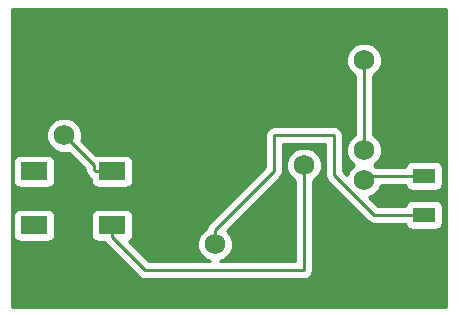
<source format=gbr>
G04 #@! TF.GenerationSoftware,KiCad,Pcbnew,(5.0.0-3-g5ebb6b6)*
G04 #@! TF.CreationDate,2018-10-08T15:19:25-04:00*
G04 #@! TF.ProjectId,TrialBoard1,547269616C426F617264312E6B696361,rev?*
G04 #@! TF.SameCoordinates,Original*
G04 #@! TF.FileFunction,Copper,L2,Bot,Signal*
G04 #@! TF.FilePolarity,Positive*
%FSLAX46Y46*%
G04 Gerber Fmt 4.6, Leading zero omitted, Abs format (unit mm)*
G04 Created by KiCad (PCBNEW (5.0.0-3-g5ebb6b6)) date Monday, October 08, 2018 at 03:19:25 PM*
%MOMM*%
%LPD*%
G01*
G04 APERTURE LIST*
G04 #@! TA.AperFunction,SMDPad,CuDef*
%ADD10R,1.905000X1.270000*%
G04 #@! TD*
G04 #@! TA.AperFunction,SMDPad,CuDef*
%ADD11R,2.286000X1.524000*%
G04 #@! TD*
G04 #@! TA.AperFunction,ViaPad*
%ADD12C,1.750000*%
G04 #@! TD*
G04 #@! TA.AperFunction,Conductor*
%ADD13C,0.250000*%
G04 #@! TD*
G04 #@! TA.AperFunction,NonConductor*
%ADD14C,0.254000*%
G04 #@! TD*
G04 APERTURE END LIST*
D10*
G04 #@! TO.P,M3,1*
G04 #@! TO.N,Net-(IC1-Pad5)*
X148590000Y-103759000D03*
G04 #@! TO.P,M3,2*
G04 #@! TO.N,Net-(M3-Pad2)*
X148590000Y-107061000D03*
G04 #@! TD*
D11*
G04 #@! TO.P,S1,1*
G04 #@! TO.N,GNDREF*
X122174000Y-103378000D03*
G04 #@! TO.P,S1,2*
G04 #@! TO.N,Net-(S1-Pad2)*
X115570000Y-103378000D03*
G04 #@! TO.P,S1,3*
G04 #@! TO.N,Net-(IC1-Pad6)*
X122174000Y-107950000D03*
G04 #@! TO.P,S1,4*
G04 #@! TO.N,Net-(S1-Pad4)*
X115570000Y-107950000D03*
G04 #@! TD*
D12*
G04 #@! TO.N,GNDREF*
X118110000Y-100330000D03*
X143510000Y-101600000D03*
X143510000Y-93980000D03*
G04 #@! TO.N,Net-(IC1-Pad5)*
X143510000Y-104140000D03*
G04 #@! TO.N,Net-(IC1-Pad6)*
X138430000Y-102870000D03*
G04 #@! TO.N,Net-(M3-Pad2)*
X130895092Y-109553787D03*
G04 #@! TD*
D13*
G04 #@! TO.N,GNDREF*
X118110000Y-100330000D02*
X120650000Y-102870000D01*
X120781000Y-103378000D02*
X122174000Y-103378000D01*
X120650000Y-103247000D02*
X120781000Y-103378000D01*
X120650000Y-102870000D02*
X120650000Y-103247000D01*
X143510000Y-101600000D02*
X143510000Y-93980000D01*
G04 #@! TO.N,Net-(IC1-Pad5)*
X143891000Y-103759000D02*
X143510000Y-104140000D01*
X148590000Y-103759000D02*
X143891000Y-103759000D01*
G04 #@! TO.N,Net-(IC1-Pad6)*
X122174000Y-108962000D02*
X124972000Y-111760000D01*
X122174000Y-107950000D02*
X122174000Y-108962000D01*
X124972000Y-111760000D02*
X138430000Y-111760000D01*
X138430000Y-111760000D02*
X138430000Y-102870000D01*
G04 #@! TO.N,Net-(M3-Pad2)*
X130895092Y-108316351D02*
X135890000Y-103321443D01*
X130895092Y-109553787D02*
X130895092Y-108316351D01*
X135890000Y-103321443D02*
X135890000Y-100330000D01*
X135890000Y-100330000D02*
X140970000Y-100330000D01*
X144358998Y-107061000D02*
X147387500Y-107061000D01*
X147387500Y-107061000D02*
X148590000Y-107061000D01*
X140970000Y-103672002D02*
X144358998Y-107061000D01*
X140970000Y-100330000D02*
X140970000Y-103672002D01*
G04 #@! TD*
D14*
G36*
X150420001Y-114860000D02*
X113740000Y-114860000D01*
X113740000Y-107188000D01*
X113779560Y-107188000D01*
X113779560Y-108712000D01*
X113828843Y-108959765D01*
X113969191Y-109169809D01*
X114179235Y-109310157D01*
X114427000Y-109359440D01*
X116713000Y-109359440D01*
X116960765Y-109310157D01*
X117170809Y-109169809D01*
X117311157Y-108959765D01*
X117360440Y-108712000D01*
X117360440Y-107188000D01*
X120383560Y-107188000D01*
X120383560Y-108712000D01*
X120432843Y-108959765D01*
X120573191Y-109169809D01*
X120783235Y-109310157D01*
X121031000Y-109359440D01*
X121525518Y-109359440D01*
X121626072Y-109509929D01*
X121689528Y-109552329D01*
X124381671Y-112244473D01*
X124424071Y-112307929D01*
X124675463Y-112475904D01*
X124897148Y-112520000D01*
X124897152Y-112520000D01*
X124972000Y-112534888D01*
X125046848Y-112520000D01*
X138355148Y-112520000D01*
X138430000Y-112534889D01*
X138504852Y-112520000D01*
X138726537Y-112475904D01*
X138977929Y-112307929D01*
X139145904Y-112056537D01*
X139204889Y-111760000D01*
X139190000Y-111685148D01*
X139190000Y-104189610D01*
X139285346Y-104150116D01*
X139710116Y-103725346D01*
X139940000Y-103170358D01*
X139940000Y-102569642D01*
X139710116Y-102014654D01*
X139285346Y-101589884D01*
X138730358Y-101360000D01*
X138129642Y-101360000D01*
X137574654Y-101589884D01*
X137149884Y-102014654D01*
X136920000Y-102569642D01*
X136920000Y-103170358D01*
X137149884Y-103725346D01*
X137574654Y-104150116D01*
X137670001Y-104189610D01*
X137670000Y-111000000D01*
X131349445Y-111000000D01*
X131750438Y-110833903D01*
X132175208Y-110409133D01*
X132405092Y-109854145D01*
X132405092Y-109253429D01*
X132175208Y-108698441D01*
X131881506Y-108404739D01*
X136374473Y-103911772D01*
X136437929Y-103869372D01*
X136605904Y-103617980D01*
X136650000Y-103396295D01*
X136650000Y-103396291D01*
X136664888Y-103321443D01*
X136650000Y-103246595D01*
X136650000Y-101090000D01*
X140210000Y-101090000D01*
X140210001Y-103597150D01*
X140195112Y-103672002D01*
X140254097Y-103968539D01*
X140368664Y-104140000D01*
X140422072Y-104219931D01*
X140485528Y-104262331D01*
X143768669Y-107545473D01*
X143811069Y-107608929D01*
X144062461Y-107776904D01*
X144284146Y-107821000D01*
X144284151Y-107821000D01*
X144358998Y-107835888D01*
X144433845Y-107821000D01*
X147014924Y-107821000D01*
X147039343Y-107943765D01*
X147179691Y-108153809D01*
X147389735Y-108294157D01*
X147637500Y-108343440D01*
X149542500Y-108343440D01*
X149790265Y-108294157D01*
X150000309Y-108153809D01*
X150140657Y-107943765D01*
X150189940Y-107696000D01*
X150189940Y-106426000D01*
X150140657Y-106178235D01*
X150000309Y-105968191D01*
X149790265Y-105827843D01*
X149542500Y-105778560D01*
X147637500Y-105778560D01*
X147389735Y-105827843D01*
X147179691Y-105968191D01*
X147039343Y-106178235D01*
X147014924Y-106301000D01*
X144673800Y-106301000D01*
X143960577Y-105587777D01*
X144365346Y-105420116D01*
X144790116Y-104995346D01*
X144987425Y-104519000D01*
X147014924Y-104519000D01*
X147039343Y-104641765D01*
X147179691Y-104851809D01*
X147389735Y-104992157D01*
X147637500Y-105041440D01*
X149542500Y-105041440D01*
X149790265Y-104992157D01*
X150000309Y-104851809D01*
X150140657Y-104641765D01*
X150189940Y-104394000D01*
X150189940Y-103124000D01*
X150140657Y-102876235D01*
X150000309Y-102666191D01*
X149790265Y-102525843D01*
X149542500Y-102476560D01*
X147637500Y-102476560D01*
X147389735Y-102525843D01*
X147179691Y-102666191D01*
X147039343Y-102876235D01*
X147014924Y-102999000D01*
X144504462Y-102999000D01*
X144375462Y-102870000D01*
X144790116Y-102455346D01*
X145020000Y-101900358D01*
X145020000Y-101299642D01*
X144790116Y-100744654D01*
X144365346Y-100319884D01*
X144270000Y-100280390D01*
X144270000Y-95299610D01*
X144365346Y-95260116D01*
X144790116Y-94835346D01*
X145020000Y-94280358D01*
X145020000Y-93679642D01*
X144790116Y-93124654D01*
X144365346Y-92699884D01*
X143810358Y-92470000D01*
X143209642Y-92470000D01*
X142654654Y-92699884D01*
X142229884Y-93124654D01*
X142000000Y-93679642D01*
X142000000Y-94280358D01*
X142229884Y-94835346D01*
X142654654Y-95260116D01*
X142750001Y-95299610D01*
X142750000Y-100280390D01*
X142654654Y-100319884D01*
X142229884Y-100744654D01*
X142000000Y-101299642D01*
X142000000Y-101900358D01*
X142229884Y-102455346D01*
X142644538Y-102870000D01*
X142229884Y-103284654D01*
X142062223Y-103689423D01*
X141730000Y-103357201D01*
X141730000Y-100404852D01*
X141744889Y-100330000D01*
X141685904Y-100033463D01*
X141517929Y-99782071D01*
X141266537Y-99614096D01*
X141044852Y-99570000D01*
X140970000Y-99555111D01*
X140895148Y-99570000D01*
X135964852Y-99570000D01*
X135890000Y-99555111D01*
X135815148Y-99570000D01*
X135593463Y-99614096D01*
X135342071Y-99782071D01*
X135174096Y-100033463D01*
X135115111Y-100330000D01*
X135130001Y-100404857D01*
X135130000Y-103006641D01*
X130410620Y-107726022D01*
X130347164Y-107768422D01*
X130304764Y-107831878D01*
X130304763Y-107831879D01*
X130179189Y-108019814D01*
X130136680Y-108233519D01*
X130039746Y-108273671D01*
X129614976Y-108698441D01*
X129385092Y-109253429D01*
X129385092Y-109854145D01*
X129614976Y-110409133D01*
X130039746Y-110833903D01*
X130440739Y-111000000D01*
X125286802Y-111000000D01*
X123584063Y-109297262D01*
X123774809Y-109169809D01*
X123915157Y-108959765D01*
X123964440Y-108712000D01*
X123964440Y-107188000D01*
X123915157Y-106940235D01*
X123774809Y-106730191D01*
X123564765Y-106589843D01*
X123317000Y-106540560D01*
X121031000Y-106540560D01*
X120783235Y-106589843D01*
X120573191Y-106730191D01*
X120432843Y-106940235D01*
X120383560Y-107188000D01*
X117360440Y-107188000D01*
X117311157Y-106940235D01*
X117170809Y-106730191D01*
X116960765Y-106589843D01*
X116713000Y-106540560D01*
X114427000Y-106540560D01*
X114179235Y-106589843D01*
X113969191Y-106730191D01*
X113828843Y-106940235D01*
X113779560Y-107188000D01*
X113740000Y-107188000D01*
X113740000Y-102616000D01*
X113779560Y-102616000D01*
X113779560Y-104140000D01*
X113828843Y-104387765D01*
X113969191Y-104597809D01*
X114179235Y-104738157D01*
X114427000Y-104787440D01*
X116713000Y-104787440D01*
X116960765Y-104738157D01*
X117170809Y-104597809D01*
X117311157Y-104387765D01*
X117360440Y-104140000D01*
X117360440Y-102616000D01*
X117311157Y-102368235D01*
X117170809Y-102158191D01*
X116960765Y-102017843D01*
X116713000Y-101968560D01*
X114427000Y-101968560D01*
X114179235Y-102017843D01*
X113969191Y-102158191D01*
X113828843Y-102368235D01*
X113779560Y-102616000D01*
X113740000Y-102616000D01*
X113740000Y-100029642D01*
X116600000Y-100029642D01*
X116600000Y-100630358D01*
X116829884Y-101185346D01*
X117254654Y-101610116D01*
X117809642Y-101840000D01*
X118410358Y-101840000D01*
X118505704Y-101800506D01*
X119887901Y-103182704D01*
X119875112Y-103247000D01*
X119890000Y-103321847D01*
X119890000Y-103321852D01*
X119934096Y-103543537D01*
X120102071Y-103794929D01*
X120165530Y-103837331D01*
X120190669Y-103862470D01*
X120233071Y-103925929D01*
X120383560Y-104026483D01*
X120383560Y-104140000D01*
X120432843Y-104387765D01*
X120573191Y-104597809D01*
X120783235Y-104738157D01*
X121031000Y-104787440D01*
X123317000Y-104787440D01*
X123564765Y-104738157D01*
X123774809Y-104597809D01*
X123915157Y-104387765D01*
X123964440Y-104140000D01*
X123964440Y-102616000D01*
X123915157Y-102368235D01*
X123774809Y-102158191D01*
X123564765Y-102017843D01*
X123317000Y-101968560D01*
X121031000Y-101968560D01*
X120857812Y-102003009D01*
X119580506Y-100725704D01*
X119620000Y-100630358D01*
X119620000Y-100029642D01*
X119390116Y-99474654D01*
X118965346Y-99049884D01*
X118410358Y-98820000D01*
X117809642Y-98820000D01*
X117254654Y-99049884D01*
X116829884Y-99474654D01*
X116600000Y-100029642D01*
X113740000Y-100029642D01*
X113740000Y-89610000D01*
X150420000Y-89610000D01*
X150420001Y-114860000D01*
X150420001Y-114860000D01*
G37*
X150420001Y-114860000D02*
X113740000Y-114860000D01*
X113740000Y-107188000D01*
X113779560Y-107188000D01*
X113779560Y-108712000D01*
X113828843Y-108959765D01*
X113969191Y-109169809D01*
X114179235Y-109310157D01*
X114427000Y-109359440D01*
X116713000Y-109359440D01*
X116960765Y-109310157D01*
X117170809Y-109169809D01*
X117311157Y-108959765D01*
X117360440Y-108712000D01*
X117360440Y-107188000D01*
X120383560Y-107188000D01*
X120383560Y-108712000D01*
X120432843Y-108959765D01*
X120573191Y-109169809D01*
X120783235Y-109310157D01*
X121031000Y-109359440D01*
X121525518Y-109359440D01*
X121626072Y-109509929D01*
X121689528Y-109552329D01*
X124381671Y-112244473D01*
X124424071Y-112307929D01*
X124675463Y-112475904D01*
X124897148Y-112520000D01*
X124897152Y-112520000D01*
X124972000Y-112534888D01*
X125046848Y-112520000D01*
X138355148Y-112520000D01*
X138430000Y-112534889D01*
X138504852Y-112520000D01*
X138726537Y-112475904D01*
X138977929Y-112307929D01*
X139145904Y-112056537D01*
X139204889Y-111760000D01*
X139190000Y-111685148D01*
X139190000Y-104189610D01*
X139285346Y-104150116D01*
X139710116Y-103725346D01*
X139940000Y-103170358D01*
X139940000Y-102569642D01*
X139710116Y-102014654D01*
X139285346Y-101589884D01*
X138730358Y-101360000D01*
X138129642Y-101360000D01*
X137574654Y-101589884D01*
X137149884Y-102014654D01*
X136920000Y-102569642D01*
X136920000Y-103170358D01*
X137149884Y-103725346D01*
X137574654Y-104150116D01*
X137670001Y-104189610D01*
X137670000Y-111000000D01*
X131349445Y-111000000D01*
X131750438Y-110833903D01*
X132175208Y-110409133D01*
X132405092Y-109854145D01*
X132405092Y-109253429D01*
X132175208Y-108698441D01*
X131881506Y-108404739D01*
X136374473Y-103911772D01*
X136437929Y-103869372D01*
X136605904Y-103617980D01*
X136650000Y-103396295D01*
X136650000Y-103396291D01*
X136664888Y-103321443D01*
X136650000Y-103246595D01*
X136650000Y-101090000D01*
X140210000Y-101090000D01*
X140210001Y-103597150D01*
X140195112Y-103672002D01*
X140254097Y-103968539D01*
X140368664Y-104140000D01*
X140422072Y-104219931D01*
X140485528Y-104262331D01*
X143768669Y-107545473D01*
X143811069Y-107608929D01*
X144062461Y-107776904D01*
X144284146Y-107821000D01*
X144284151Y-107821000D01*
X144358998Y-107835888D01*
X144433845Y-107821000D01*
X147014924Y-107821000D01*
X147039343Y-107943765D01*
X147179691Y-108153809D01*
X147389735Y-108294157D01*
X147637500Y-108343440D01*
X149542500Y-108343440D01*
X149790265Y-108294157D01*
X150000309Y-108153809D01*
X150140657Y-107943765D01*
X150189940Y-107696000D01*
X150189940Y-106426000D01*
X150140657Y-106178235D01*
X150000309Y-105968191D01*
X149790265Y-105827843D01*
X149542500Y-105778560D01*
X147637500Y-105778560D01*
X147389735Y-105827843D01*
X147179691Y-105968191D01*
X147039343Y-106178235D01*
X147014924Y-106301000D01*
X144673800Y-106301000D01*
X143960577Y-105587777D01*
X144365346Y-105420116D01*
X144790116Y-104995346D01*
X144987425Y-104519000D01*
X147014924Y-104519000D01*
X147039343Y-104641765D01*
X147179691Y-104851809D01*
X147389735Y-104992157D01*
X147637500Y-105041440D01*
X149542500Y-105041440D01*
X149790265Y-104992157D01*
X150000309Y-104851809D01*
X150140657Y-104641765D01*
X150189940Y-104394000D01*
X150189940Y-103124000D01*
X150140657Y-102876235D01*
X150000309Y-102666191D01*
X149790265Y-102525843D01*
X149542500Y-102476560D01*
X147637500Y-102476560D01*
X147389735Y-102525843D01*
X147179691Y-102666191D01*
X147039343Y-102876235D01*
X147014924Y-102999000D01*
X144504462Y-102999000D01*
X144375462Y-102870000D01*
X144790116Y-102455346D01*
X145020000Y-101900358D01*
X145020000Y-101299642D01*
X144790116Y-100744654D01*
X144365346Y-100319884D01*
X144270000Y-100280390D01*
X144270000Y-95299610D01*
X144365346Y-95260116D01*
X144790116Y-94835346D01*
X145020000Y-94280358D01*
X145020000Y-93679642D01*
X144790116Y-93124654D01*
X144365346Y-92699884D01*
X143810358Y-92470000D01*
X143209642Y-92470000D01*
X142654654Y-92699884D01*
X142229884Y-93124654D01*
X142000000Y-93679642D01*
X142000000Y-94280358D01*
X142229884Y-94835346D01*
X142654654Y-95260116D01*
X142750001Y-95299610D01*
X142750000Y-100280390D01*
X142654654Y-100319884D01*
X142229884Y-100744654D01*
X142000000Y-101299642D01*
X142000000Y-101900358D01*
X142229884Y-102455346D01*
X142644538Y-102870000D01*
X142229884Y-103284654D01*
X142062223Y-103689423D01*
X141730000Y-103357201D01*
X141730000Y-100404852D01*
X141744889Y-100330000D01*
X141685904Y-100033463D01*
X141517929Y-99782071D01*
X141266537Y-99614096D01*
X141044852Y-99570000D01*
X140970000Y-99555111D01*
X140895148Y-99570000D01*
X135964852Y-99570000D01*
X135890000Y-99555111D01*
X135815148Y-99570000D01*
X135593463Y-99614096D01*
X135342071Y-99782071D01*
X135174096Y-100033463D01*
X135115111Y-100330000D01*
X135130001Y-100404857D01*
X135130000Y-103006641D01*
X130410620Y-107726022D01*
X130347164Y-107768422D01*
X130304764Y-107831878D01*
X130304763Y-107831879D01*
X130179189Y-108019814D01*
X130136680Y-108233519D01*
X130039746Y-108273671D01*
X129614976Y-108698441D01*
X129385092Y-109253429D01*
X129385092Y-109854145D01*
X129614976Y-110409133D01*
X130039746Y-110833903D01*
X130440739Y-111000000D01*
X125286802Y-111000000D01*
X123584063Y-109297262D01*
X123774809Y-109169809D01*
X123915157Y-108959765D01*
X123964440Y-108712000D01*
X123964440Y-107188000D01*
X123915157Y-106940235D01*
X123774809Y-106730191D01*
X123564765Y-106589843D01*
X123317000Y-106540560D01*
X121031000Y-106540560D01*
X120783235Y-106589843D01*
X120573191Y-106730191D01*
X120432843Y-106940235D01*
X120383560Y-107188000D01*
X117360440Y-107188000D01*
X117311157Y-106940235D01*
X117170809Y-106730191D01*
X116960765Y-106589843D01*
X116713000Y-106540560D01*
X114427000Y-106540560D01*
X114179235Y-106589843D01*
X113969191Y-106730191D01*
X113828843Y-106940235D01*
X113779560Y-107188000D01*
X113740000Y-107188000D01*
X113740000Y-102616000D01*
X113779560Y-102616000D01*
X113779560Y-104140000D01*
X113828843Y-104387765D01*
X113969191Y-104597809D01*
X114179235Y-104738157D01*
X114427000Y-104787440D01*
X116713000Y-104787440D01*
X116960765Y-104738157D01*
X117170809Y-104597809D01*
X117311157Y-104387765D01*
X117360440Y-104140000D01*
X117360440Y-102616000D01*
X117311157Y-102368235D01*
X117170809Y-102158191D01*
X116960765Y-102017843D01*
X116713000Y-101968560D01*
X114427000Y-101968560D01*
X114179235Y-102017843D01*
X113969191Y-102158191D01*
X113828843Y-102368235D01*
X113779560Y-102616000D01*
X113740000Y-102616000D01*
X113740000Y-100029642D01*
X116600000Y-100029642D01*
X116600000Y-100630358D01*
X116829884Y-101185346D01*
X117254654Y-101610116D01*
X117809642Y-101840000D01*
X118410358Y-101840000D01*
X118505704Y-101800506D01*
X119887901Y-103182704D01*
X119875112Y-103247000D01*
X119890000Y-103321847D01*
X119890000Y-103321852D01*
X119934096Y-103543537D01*
X120102071Y-103794929D01*
X120165530Y-103837331D01*
X120190669Y-103862470D01*
X120233071Y-103925929D01*
X120383560Y-104026483D01*
X120383560Y-104140000D01*
X120432843Y-104387765D01*
X120573191Y-104597809D01*
X120783235Y-104738157D01*
X121031000Y-104787440D01*
X123317000Y-104787440D01*
X123564765Y-104738157D01*
X123774809Y-104597809D01*
X123915157Y-104387765D01*
X123964440Y-104140000D01*
X123964440Y-102616000D01*
X123915157Y-102368235D01*
X123774809Y-102158191D01*
X123564765Y-102017843D01*
X123317000Y-101968560D01*
X121031000Y-101968560D01*
X120857812Y-102003009D01*
X119580506Y-100725704D01*
X119620000Y-100630358D01*
X119620000Y-100029642D01*
X119390116Y-99474654D01*
X118965346Y-99049884D01*
X118410358Y-98820000D01*
X117809642Y-98820000D01*
X117254654Y-99049884D01*
X116829884Y-99474654D01*
X116600000Y-100029642D01*
X113740000Y-100029642D01*
X113740000Y-89610000D01*
X150420000Y-89610000D01*
X150420001Y-114860000D01*
M02*

</source>
